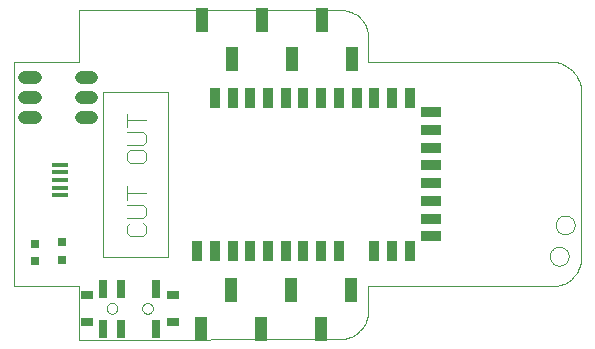
<source format=gtp>
G75*
G70*
%OFA0B0*%
%FSLAX24Y24*%
%IPPOS*%
%LPD*%
%AMOC8*
5,1,8,0,0,1.08239X$1,22.5*
%
%ADD10C,0.0000*%
%ADD11C,0.0039*%
%ADD12R,0.0315X0.0315*%
%ADD13R,0.0320X0.0660*%
%ADD14R,0.0660X0.0320*%
%ADD15C,0.0433*%
%ADD16R,0.0551X0.0138*%
%ADD17R,0.0394X0.0315*%
%ADD18R,0.0276X0.0591*%
%ADD19R,0.0394X0.0787*%
D10*
X003148Y002009D02*
X003148Y009489D01*
X005313Y009489D01*
X005313Y011222D01*
X013990Y011206D01*
X014935Y010418D02*
X014935Y009501D01*
X021061Y009489D01*
X021123Y009487D01*
X021184Y009481D01*
X021245Y009472D01*
X021306Y009458D01*
X021365Y009441D01*
X021423Y009420D01*
X021480Y009395D01*
X021535Y009367D01*
X021588Y009336D01*
X021639Y009301D01*
X021688Y009263D01*
X021735Y009222D01*
X021778Y009179D01*
X021819Y009132D01*
X021857Y009083D01*
X021892Y009032D01*
X021923Y008979D01*
X021951Y008924D01*
X021976Y008867D01*
X021997Y008809D01*
X022014Y008750D01*
X022028Y008689D01*
X022037Y008628D01*
X022043Y008567D01*
X022045Y008505D01*
X022045Y002974D01*
X021002Y003013D02*
X021004Y003048D01*
X021010Y003083D01*
X021020Y003117D01*
X021033Y003150D01*
X021050Y003181D01*
X021071Y003209D01*
X021094Y003236D01*
X021121Y003259D01*
X021149Y003280D01*
X021180Y003297D01*
X021213Y003310D01*
X021247Y003320D01*
X021282Y003326D01*
X021317Y003328D01*
X021352Y003326D01*
X021387Y003320D01*
X021421Y003310D01*
X021454Y003297D01*
X021485Y003280D01*
X021513Y003259D01*
X021540Y003236D01*
X021563Y003209D01*
X021584Y003181D01*
X021601Y003150D01*
X021614Y003117D01*
X021624Y003083D01*
X021630Y003048D01*
X021632Y003013D01*
X021630Y002978D01*
X021624Y002943D01*
X021614Y002909D01*
X021601Y002876D01*
X021584Y002845D01*
X021563Y002817D01*
X021540Y002790D01*
X021513Y002767D01*
X021485Y002746D01*
X021454Y002729D01*
X021421Y002716D01*
X021387Y002706D01*
X021352Y002700D01*
X021317Y002698D01*
X021282Y002700D01*
X021247Y002706D01*
X021213Y002716D01*
X021180Y002729D01*
X021149Y002746D01*
X021121Y002767D01*
X021094Y002790D01*
X021071Y002817D01*
X021050Y002845D01*
X021033Y002876D01*
X021020Y002909D01*
X021010Y002943D01*
X021004Y002978D01*
X021002Y003013D01*
X021081Y002009D02*
X021142Y002011D01*
X021202Y002017D01*
X021262Y002026D01*
X021321Y002039D01*
X021379Y002056D01*
X021436Y002077D01*
X021492Y002101D01*
X021546Y002128D01*
X021598Y002159D01*
X021648Y002193D01*
X021696Y002230D01*
X021742Y002271D01*
X021784Y002313D01*
X021825Y002359D01*
X021862Y002407D01*
X021896Y002457D01*
X021927Y002509D01*
X021954Y002563D01*
X021978Y002619D01*
X021999Y002676D01*
X022016Y002734D01*
X022029Y002793D01*
X022038Y002853D01*
X022044Y002913D01*
X022046Y002974D01*
X021199Y004056D02*
X021201Y004091D01*
X021207Y004126D01*
X021217Y004160D01*
X021230Y004193D01*
X021247Y004224D01*
X021268Y004252D01*
X021291Y004279D01*
X021318Y004302D01*
X021346Y004323D01*
X021377Y004340D01*
X021410Y004353D01*
X021444Y004363D01*
X021479Y004369D01*
X021514Y004371D01*
X021549Y004369D01*
X021584Y004363D01*
X021618Y004353D01*
X021651Y004340D01*
X021682Y004323D01*
X021710Y004302D01*
X021737Y004279D01*
X021760Y004252D01*
X021781Y004224D01*
X021798Y004193D01*
X021811Y004160D01*
X021821Y004126D01*
X021827Y004091D01*
X021829Y004056D01*
X021827Y004021D01*
X021821Y003986D01*
X021811Y003952D01*
X021798Y003919D01*
X021781Y003888D01*
X021760Y003860D01*
X021737Y003833D01*
X021710Y003810D01*
X021682Y003789D01*
X021651Y003772D01*
X021618Y003759D01*
X021584Y003749D01*
X021549Y003743D01*
X021514Y003741D01*
X021479Y003743D01*
X021444Y003749D01*
X021410Y003759D01*
X021377Y003772D01*
X021346Y003789D01*
X021318Y003810D01*
X021291Y003833D01*
X021268Y003860D01*
X021247Y003888D01*
X021230Y003919D01*
X021217Y003952D01*
X021207Y003986D01*
X021201Y004021D01*
X021199Y004056D01*
X021081Y002009D02*
X014951Y002021D01*
X014951Y001210D01*
X014949Y001149D01*
X014943Y001089D01*
X014934Y001029D01*
X014921Y000970D01*
X014904Y000912D01*
X014883Y000855D01*
X014859Y000799D01*
X014832Y000745D01*
X014801Y000693D01*
X014767Y000643D01*
X014730Y000595D01*
X014689Y000549D01*
X014647Y000507D01*
X014601Y000466D01*
X014553Y000429D01*
X014503Y000395D01*
X014451Y000364D01*
X014397Y000337D01*
X014341Y000313D01*
X014284Y000292D01*
X014226Y000275D01*
X014167Y000262D01*
X014107Y000253D01*
X014047Y000247D01*
X013986Y000245D01*
X005293Y000237D01*
X005293Y002009D01*
X003148Y002009D01*
X006234Y001273D02*
X006236Y001299D01*
X006242Y001325D01*
X006252Y001350D01*
X006265Y001373D01*
X006281Y001393D01*
X006301Y001411D01*
X006323Y001426D01*
X006346Y001438D01*
X006372Y001446D01*
X006398Y001450D01*
X006424Y001450D01*
X006450Y001446D01*
X006476Y001438D01*
X006500Y001426D01*
X006521Y001411D01*
X006541Y001393D01*
X006557Y001373D01*
X006570Y001350D01*
X006580Y001325D01*
X006586Y001299D01*
X006588Y001273D01*
X006586Y001247D01*
X006580Y001221D01*
X006570Y001196D01*
X006557Y001173D01*
X006541Y001153D01*
X006521Y001135D01*
X006499Y001120D01*
X006476Y001108D01*
X006450Y001100D01*
X006424Y001096D01*
X006398Y001096D01*
X006372Y001100D01*
X006346Y001108D01*
X006322Y001120D01*
X006301Y001135D01*
X006281Y001153D01*
X006265Y001173D01*
X006252Y001196D01*
X006242Y001221D01*
X006236Y001247D01*
X006234Y001273D01*
X007415Y001273D02*
X007417Y001299D01*
X007423Y001325D01*
X007433Y001350D01*
X007446Y001373D01*
X007462Y001393D01*
X007482Y001411D01*
X007504Y001426D01*
X007527Y001438D01*
X007553Y001446D01*
X007579Y001450D01*
X007605Y001450D01*
X007631Y001446D01*
X007657Y001438D01*
X007681Y001426D01*
X007702Y001411D01*
X007722Y001393D01*
X007738Y001373D01*
X007751Y001350D01*
X007761Y001325D01*
X007767Y001299D01*
X007769Y001273D01*
X007767Y001247D01*
X007761Y001221D01*
X007751Y001196D01*
X007738Y001173D01*
X007722Y001153D01*
X007702Y001135D01*
X007680Y001120D01*
X007657Y001108D01*
X007631Y001100D01*
X007605Y001096D01*
X007579Y001096D01*
X007553Y001100D01*
X007527Y001108D01*
X007503Y001120D01*
X007482Y001135D01*
X007462Y001153D01*
X007446Y001173D01*
X007433Y001196D01*
X007423Y001221D01*
X007417Y001247D01*
X007415Y001273D01*
X007447Y003682D02*
X007007Y003682D01*
X006896Y003792D01*
X006896Y004012D01*
X007007Y004123D01*
X006896Y004290D02*
X007447Y004290D01*
X007557Y004400D01*
X007557Y004620D01*
X007447Y004730D01*
X006896Y004730D01*
X006896Y004898D02*
X006896Y005338D01*
X006896Y005118D02*
X007557Y005118D01*
X007447Y006113D02*
X007007Y006113D01*
X006896Y006223D01*
X006896Y006443D01*
X007007Y006553D01*
X007447Y006553D01*
X007557Y006443D01*
X007557Y006223D01*
X007447Y006113D01*
X007447Y006721D02*
X006896Y006721D01*
X007447Y006721D02*
X007557Y006831D01*
X007557Y007051D01*
X007447Y007161D01*
X006896Y007161D01*
X006896Y007328D02*
X006896Y007769D01*
X006896Y007549D02*
X007557Y007549D01*
X007447Y004123D02*
X007557Y004012D01*
X007557Y003792D01*
X007447Y003682D01*
X013990Y011206D02*
X014047Y011210D01*
X014104Y011209D01*
X014161Y011205D01*
X014217Y011197D01*
X014273Y011186D01*
X014328Y011171D01*
X014382Y011152D01*
X014434Y011130D01*
X014485Y011104D01*
X014534Y011075D01*
X014581Y011043D01*
X014626Y011008D01*
X014668Y010970D01*
X014708Y010930D01*
X014746Y010887D01*
X014780Y010841D01*
X014811Y010794D01*
X014839Y010744D01*
X014864Y010693D01*
X014886Y010640D01*
X014903Y010586D01*
X014918Y010531D01*
X014928Y010475D01*
X014935Y010419D01*
D11*
X008285Y008485D02*
X008285Y002974D01*
X006100Y002974D01*
X006100Y008485D01*
X008285Y008485D01*
D12*
X004750Y003474D03*
X003833Y003428D03*
X003833Y002838D03*
X004750Y002883D03*
D13*
X009246Y003178D03*
X009837Y003178D03*
X010427Y003178D03*
X011018Y003178D03*
X011608Y003178D03*
X012199Y003178D03*
X012789Y003178D03*
X013380Y003178D03*
X013970Y003178D03*
X015151Y003178D03*
X015742Y003178D03*
X016333Y003178D03*
X016333Y008296D03*
X015742Y008296D03*
X015151Y008296D03*
X014561Y008296D03*
X013970Y008296D03*
X013380Y008296D03*
X012789Y008296D03*
X012199Y008296D03*
X011608Y008296D03*
X011018Y008296D03*
X010427Y008296D03*
X009837Y008296D03*
D14*
X017037Y007812D03*
X017037Y007222D03*
X017037Y006631D03*
X017037Y006040D03*
X017037Y005450D03*
X017037Y004859D03*
X017037Y004269D03*
X017037Y003678D03*
D15*
X005722Y007643D02*
X005368Y007643D01*
X005722Y007643D02*
X005722Y007643D01*
X005368Y007643D01*
X005368Y007643D01*
X005368Y008312D02*
X005722Y008312D01*
X005722Y008312D01*
X005368Y008312D01*
X005368Y008312D01*
X005368Y008981D02*
X005722Y008981D01*
X005722Y008981D01*
X005368Y008981D01*
X005368Y008981D01*
X003832Y008981D02*
X003478Y008981D01*
X003832Y008981D02*
X003832Y008981D01*
X003478Y008981D01*
X003478Y008981D01*
X003478Y008312D02*
X003832Y008312D01*
X003832Y008312D01*
X003478Y008312D01*
X003478Y008312D01*
X003478Y007643D02*
X003832Y007643D01*
X003832Y007643D01*
X003478Y007643D01*
X003478Y007643D01*
D16*
X004683Y006064D03*
X004683Y005808D03*
X004683Y005552D03*
X004683Y005296D03*
X004683Y005040D03*
D17*
X005561Y001706D03*
X005565Y000836D03*
X008443Y000836D03*
X008443Y001706D03*
D18*
X007888Y001934D03*
X006707Y001934D03*
X006116Y001934D03*
X006116Y000584D03*
X006707Y000584D03*
X007888Y000584D03*
D19*
X009368Y000592D03*
X011368Y000592D03*
X013368Y000592D03*
X012368Y001891D03*
X010368Y001891D03*
X014368Y001891D03*
X014407Y009588D03*
X012407Y009588D03*
X010407Y009588D03*
X009407Y010887D03*
X011407Y010887D03*
X013407Y010887D03*
M02*

</source>
